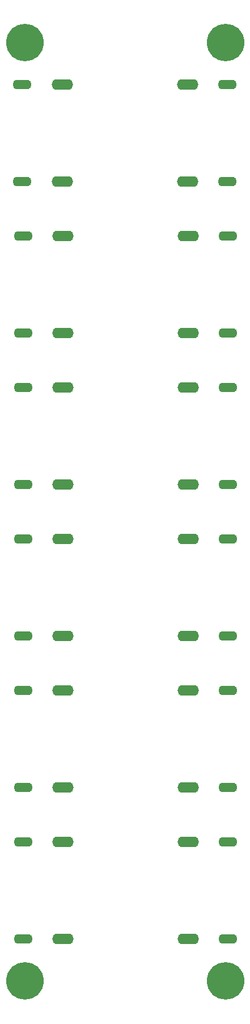
<source format=gbr>
%TF.GenerationSoftware,KiCad,Pcbnew,6.0.7-1.fc36*%
%TF.CreationDate,2022-07-28T17:35:04+01:00*%
%TF.ProjectId,pc070_aida_hdmi_rpc_hdmi,70633037-305f-4616-9964-615f68646d69,rev?*%
%TF.SameCoordinates,Original*%
%TF.FileFunction,Soldermask,Bot*%
%TF.FilePolarity,Negative*%
%FSLAX46Y46*%
G04 Gerber Fmt 4.6, Leading zero omitted, Abs format (unit mm)*
G04 Created by KiCad (PCBNEW 6.0.7-1.fc36) date 2022-07-28 17:35:04*
%MOMM*%
%LPD*%
G01*
G04 APERTURE LIST*
%ADD10O,3.200000X1.600000*%
%ADD11O,2.820000X1.410000*%
%ADD12C,5.600000*%
%ADD13C,3.600000*%
G04 APERTURE END LIST*
D10*
%TO.C,J2*%
X99300000Y-65735000D03*
X99300000Y-51235000D03*
D11*
X105260000Y-65735000D03*
X105260000Y-51235000D03*
%TD*%
D10*
%TO.C,J9*%
X80700000Y-141659000D03*
X80700000Y-156159000D03*
D11*
X74740000Y-141659000D03*
X74740000Y-156159000D03*
%TD*%
D12*
%TO.C,H3*%
X105000000Y-185000000D03*
D13*
X105000000Y-185000000D03*
%TD*%
%TO.C,H4*%
X75000000Y-185000000D03*
D12*
X75000000Y-185000000D03*
%TD*%
D10*
%TO.C,J8*%
X99390000Y-133553000D03*
X99390000Y-119053000D03*
D11*
X105350000Y-133553000D03*
X105350000Y-119053000D03*
%TD*%
D10*
%TO.C,J6*%
X99390000Y-110947000D03*
X99390000Y-96447000D03*
D11*
X105350000Y-110947000D03*
X105350000Y-96447000D03*
%TD*%
D10*
%TO.C,J12*%
X99390000Y-178765000D03*
X99390000Y-164265000D03*
D11*
X105350000Y-178765000D03*
X105350000Y-164265000D03*
%TD*%
D10*
%TO.C,J3*%
X80700000Y-73841000D03*
X80700000Y-88341000D03*
D11*
X74740000Y-73841000D03*
X74740000Y-88341000D03*
%TD*%
D10*
%TO.C,J1*%
X80610000Y-51235000D03*
X80610000Y-65735000D03*
D11*
X74650000Y-51235000D03*
X74650000Y-65735000D03*
%TD*%
D13*
%TO.C,H2*%
X105000000Y-45000000D03*
D12*
X105000000Y-45000000D03*
%TD*%
D10*
%TO.C,J7*%
X80700000Y-119053000D03*
X80700000Y-133553000D03*
D11*
X74740000Y-119053000D03*
X74740000Y-133553000D03*
%TD*%
D10*
%TO.C,J11*%
X80700000Y-164265000D03*
X80700000Y-178765000D03*
D11*
X74740000Y-164265000D03*
X74740000Y-178765000D03*
%TD*%
D12*
%TO.C,H1*%
X75000000Y-45000000D03*
D13*
X75000000Y-45000000D03*
%TD*%
D10*
%TO.C,J4*%
X99390000Y-88341000D03*
X99390000Y-73841000D03*
D11*
X105350000Y-88341000D03*
X105350000Y-73841000D03*
%TD*%
D10*
%TO.C,J10*%
X99390000Y-156159000D03*
X99390000Y-141659000D03*
D11*
X105350000Y-156159000D03*
X105350000Y-141659000D03*
%TD*%
D10*
%TO.C,J5*%
X80700000Y-96447000D03*
X80700000Y-110947000D03*
D11*
X74740000Y-96447000D03*
X74740000Y-110947000D03*
%TD*%
M02*

</source>
